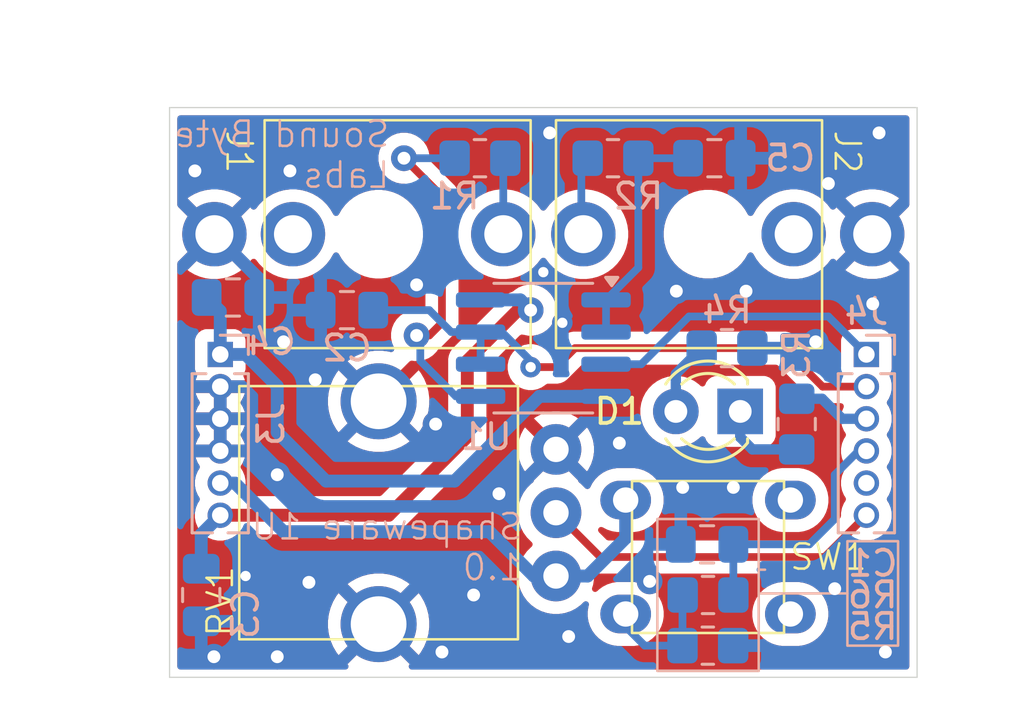
<source format=kicad_pcb>
(kicad_pcb (version 20241229) (generator "pcbnew") (generator_version "9.0")
  (layers (0 "F.Cu" signal) (2 "B.Cu" signal) (13 "F.Paste" user) (15 "B.Paste" user) (5 "F.SilkS" user "F.Silkscreen") (7 "B.SilkS" user "B.Silkscreen") (1 "F.Mask" user) (3 "B.Mask" user) (25 "Edge.Cuts" user))
  (net 0 "")
  (net 1 "/BTN_IN_FILTERED")
  (net 2 "GND")
  (net 4 "/THRESHOLD_POSITIVE")
  (net 6 "Net-(D1-Pad2)")
  (net 7 "Net-(D1-Pad1)")
  (net 8 "Net-(J2-TIP)")
  (net 9 "-12V")
  (net 10 "+12V")
  (net 11 "+5V")
  (net 12 "/CV_IN_RAW")
  (net 13 "/CV_OUT_BUFFERED")
  (net 14 "/LED_OUT_BUFFERED")
  (net 15 "Net-(SW1-B)")
  (net 16 "/CV_IN_BUFFERED")
  (net 17 "/CV_OUT_RAW")
  (net 19 "Net-(J1-TIP)")
  (footprint "mjrskiles:PTV09A-4020F-B102" (layer "F.Cu") (at 133.25 91 90)
    (property "Reference" "RV1" (at -3.5 -6.25 90) (layer "F.SilkS") (effects (font (thickness 0.1))))
    (property "Value" "100K")
    (fp_rect (start -5 -5.5) (end 5 5.5) (stroke (width 0.1)) (fill no) (layer "F.SilkS"))
    (pad "1" thru_hole circle (at -2.5 7 90) (size 2 2) (drill 1) (layers "*.Cu" "*.Mask") (net 11 "+5V"))
    (pad "2" thru_hole circle (at 0 7 90) (size 2 2) (drill 1) (layers "*.Cu" "*.Mask") (net 4 "/THRESHOLD_POSITIVE"))
    (pad "3" thru_hole circle (at 2.5 7 90) (size 2 2) (drill 1) (layers "*.Cu" "*.Mask") (net 2 "GND"))
    (pad "MH1" thru_hole circle (at -4.4 0 90) (size 3 3) (drill 2.2) (layers "*.Cu" "*.Mask") (net 2 "GND"))
    (pad "MH2" thru_hole circle (at 4.4 0 90) (size 3 3) (drill 2.2) (layers "*.Cu" "*.Mask") (net 2 "GND"))
  )
  (footprint "mjrskiles:THONKICONN" (layer "F.Cu") (at 146.25 80 90)
    (property "Reference" "J2" (at 3.25 5.5 270) (layer "F.SilkS") (effects (font (thickness 0.1))))
    (property "Value" "~")
    (fp_rect (start -4.5 -6) (end 4.5 4.5) (stroke (width 0.1)) (fill no) (layer "F.SilkS"))
    (pad "" np_thru_hole circle (at 0 0 90) (size 1 1) (drill 3) (layers "*.Cu" "*.Mask"))
    (pad "1" thru_hole circle (at 0 -4.92 90) (size 2.54 2.54) (drill 1.5) (layers "*.Cu" "*.Mask") (net 8 "Net-(J2-TIP)"))
    (pad "2" thru_hole circle (at 0 3.38 90) (size 2.54 2.54) (drill 1.5) (layers "*.Cu" "*.Mask"))
    (pad "3" thru_hole circle (at 0 6.48 90) (size 2.54 2.54) (drill 1.5) (layers "*.Cu" "*.Mask") (net 2 "GND"))
  )
  (footprint "mjrskiles:SWITCH_SPST_6mm_BUTTON_PTH" (layer "F.Cu") (at 146.25 92.75)
    (property "Reference" "SW1" (at 4.75 0 0) (layer "F.SilkS") (effects (font (thickness 0.1))))
    (property "Value" "SW_SPST")
    (fp_rect (start -3 -3) (end 3 3) (stroke (width 0.1)) (fill no) (layer "F.SilkS"))
    (pad "1" thru_hole oval (at -3.25 -2.25) (size 2 1.524) (drill 1) (layers "*.Cu" "*.Mask") (net 11 "+5V"))
    (pad "2" thru_hole oval (at -3.25 2.25) (size 2 1.524) (drill 1) (layers "*.Cu" "*.Mask") (net 15 "Net-(SW1-B)"))
    (pad "3" thru_hole oval (at 3.25 -2.25) (size 2 1.524) (drill 1) (layers "*.Cu" "*.Mask"))
    (pad "4" thru_hole oval (at 3.25 2.25) (size 2 1.524) (drill 1) (layers "*.Cu" "*.Mask"))
  )
  (footprint "LED_THT:LED_D3.0mm" (layer "F.Cu") (at 147.52 87 180)
    (property "Reference" "D1" (at 4.77 0 0) (layer "F.SilkS"))
    (property "Value" "~")
    (fp_line (start -0.29 1.08) (end -0.29 1.236) (stroke (width 0.12)) (layer "F.SilkS"))
    (fp_line (start -0.29 -1.236) (end -0.29 -1.08) (stroke (width 0.12)) (layer "F.SilkS"))
    (fp_arc (start 2.941397 1.080061) (mid 1.365624 1.987701) (end -0.29 1.235516) (stroke (width 0.12)) (layer "F.SilkS"))
    (fp_arc (start 2.31091 1.080049) (mid 1.269964 1.5) (end 0.229039 1.08) (stroke (width 0.12)) (layer "F.SilkS"))
    (fp_arc (start 0.229039 -1.08) (mid 1.269964 -1.5) (end 2.31091 -1.080049) (stroke (width 0.12)) (layer "F.SilkS"))
    (fp_arc (start -0.29 -1.235516) (mid 1.365624 -1.987701) (end 2.941397 -1.080061) (stroke (width 0.12)) (layer "F.SilkS"))
    (pad "1" thru_hole rect (at 0 0 180) (size 1.8 1.8) (drill 0.9) (layers "*.Cu" "*.Mask") (net 7 "Net-(D1-Pad1)"))
    (pad "2" thru_hole circle (at 2.54 0 180) (size 1.8 1.8) (drill 0.9) (layers "*.Cu" "*.Mask") (net 6 "Net-(D1-Pad2)"))
  )
  (footprint "mjrskiles:THONKICONN" (layer "F.Cu") (at 133.25 80 -90)
    (property "Reference" "J1" (at -3.25 5.5 270) (layer "F.SilkS") (effects (font (thickness 0.1))))
    (property "Value" "~")
    (fp_rect (start -4.5 -6) (end 4.5 4.5) (stroke (width 0.1)) (fill no) (layer "F.SilkS"))
    (pad "" np_thru_hole circle (at 0 0 270) (size 1 1) (drill 3) (layers "*.Cu" "*.Mask"))
    (pad "1" thru_hole circle (at 0 -4.92 270) (size 2.54 2.54) (drill 1.5) (layers "*.Cu" "*.Mask") (net 19 "Net-(J1-TIP)"))
    (pad "2" thru_hole circle (at 0 3.38 270) (size 2.54 2.54) (drill 1.5) (layers "*.Cu" "*.Mask"))
    (pad "3" thru_hole circle (at 0 6.48 270) (size 2.54 2.54) (drill 1.5) (layers "*.Cu" "*.Mask") (net 2 "GND"))
  )
  (footprint "Resistor_SMD:R_0805_2012Metric_Pad1.20x1.40mm_HandSolder" (layer "B.Cu") (at 146.25 94.25)
    (property "Reference" "R5" (at 6.5 1.25 180) (layer "B.SilkS") (effects (justify mirror)))
    (property "Value" "R_US")
    (fp_line (start -0.227064 -0.735) (end 0.227064 -0.735) (stroke (width 0.12)) (layer "B.SilkS"))
    (fp_line (start -0.227064 0.735) (end 0.227064 0.735) (stroke (width 0.12)) (layer "B.SilkS"))
    (pad "1" smd roundrect (at -1 0) (size 1.2 1.4) (layers "B.Cu" "B.Mask" "B.Paste") (roundrect_rratio 0.208333) (net 15 "Net-(SW1-B)"))
    (pad "2" smd roundrect (at 1 0) (size 1.2 1.4) (layers "B.Cu" "B.Mask" "B.Paste") (roundrect_rratio 0.208333) (net 1 "/BTN_IN_FILTERED"))
  )
  (footprint "Resistor_SMD:R_0805_2012Metric_Pad1.20x1.40mm_HandSolder" (layer "B.Cu") (at 142.5 77 180)
    (property "Reference" "R2" (at -1 -1.5 180) (layer "B.SilkS") (effects (justify mirror)))
    (property "Value" "R_US")
    (fp_line (start -0.227064 0.735) (end 0.227064 0.735) (stroke (width 0.12)) (layer "B.SilkS"))
    (fp_line (start -0.227064 -0.735) (end 0.227064 -0.735) (stroke (width 0.12)) (layer "B.SilkS"))
    (pad "1" smd roundrect (at -1 0 180) (size 1.2 1.4) (layers "B.Cu" "B.Mask" "B.Paste") (roundrect_rratio 0.208333) (net 13 "/CV_OUT_BUFFERED"))
    (pad "2" smd roundrect (at 1 0 180) (size 1.2 1.4) (layers "B.Cu" "B.Mask" "B.Paste") (roundrect_rratio 0.208333) (net 8 "Net-(J2-TIP)"))
  )
  (footprint "Capacitor_SMD:C_0805_2012Metric_Pad1.18x1.45mm_HandSolder" (layer "B.Cu") (at 132 83 180)
    (property "Reference" "C2" (at 0 -1.5 0) (layer "B.SilkS") (effects (justify mirror)))
    (property "Value" "100pF")
    (fp_line (start -0.261252 0.735) (end 0.261252 0.735) (stroke (width 0.12)) (layer "B.SilkS"))
    (fp_line (start -0.261252 -0.735) (end 0.261252 -0.735) (stroke (width 0.12)) (layer "B.SilkS"))
    (pad "1" smd roundrect (at -1.0375 0 180) (size 1.175 1.45) (layers "B.Cu" "B.Mask" "B.Paste") (roundrect_rratio 0.212766) (net 16 "/CV_IN_BUFFERED"))
    (pad "2" smd roundrect (at 1.0375 0 180) (size 1.175 1.45) (layers "B.Cu" "B.Mask" "B.Paste") (roundrect_rratio 0.212766) (net 2 "GND"))
  )
  (footprint "Capacitor_SMD:C_0805_2012Metric_Pad1.18x1.45mm_HandSolder" (layer "B.Cu") (at 127.5 82.5)
    (property "Reference" "C4" (at 1.5 1.75 0) (layer "B.SilkS") (effects (justify mirror)))
    (property "Value" "100nF")
    (fp_line (start -0.261252 -0.735) (end 0.261252 -0.735) (stroke (width 0.12)) (layer "B.SilkS"))
    (fp_line (start -0.261252 0.735) (end 0.261252 0.735) (stroke (width 0.12)) (layer "B.SilkS"))
    (pad "1" smd roundrect (at -1.0375 0) (size 1.175 1.45) (layers "B.Cu" "B.Mask" "B.Paste") (roundrect_rratio 0.212766) (net 9 "-12V"))
    (pad "2" smd roundrect (at 1.0375 0) (size 1.175 1.45) (layers "B.Cu" "B.Mask" "B.Paste") (roundrect_rratio 0.212766) (net 2 "GND"))
  )
  (footprint "Connector_PinHeader_1.27mm:PinHeader_1x06_P1.27mm_Vertical" (layer "B.Cu") (at 152.5 84.75 180)
    (property "Reference" "J4" (at 0 1.695 0) (layer "B.SilkS") (effects (justify mirror)))
    (property "Value" "Conn_01x06_Pin")
    (fp_line (start 1.11 -0.76) (end 1.11 -7.045) (stroke (width 0.12)) (layer "B.SilkS"))
    (fp_line (start 0.563471 -0.76) (end 1.11 -0.76) (stroke (width 0.12)) (layer "B.SilkS"))
    (fp_line (start 0.30753 -7.045) (end 1.11 -7.045) (stroke (width 0.12)) (layer "B.SilkS"))
    (fp_line (start -1.11 0.76) (end 0 0.76) (stroke (width 0.12)) (layer "B.SilkS"))
    (fp_line (start -1.11 0) (end -1.11 0.76) (stroke (width 0.12)) (layer "B.SilkS"))
    (fp_line (start -1.11 -0.76) (end -0.563471 -0.76) (stroke (width 0.12)) (layer "B.SilkS"))
    (fp_line (start -1.11 -0.76) (end -1.11 -7.045) (stroke (width 0.12)) (layer "B.SilkS"))
    (fp_line (start -1.11 -7.045) (end -0.30753 -7.045) (stroke (width 0.12)) (layer "B.SilkS"))
    (pad "1" thru_hole rect (at 0 0 180) (size 1 1) (drill 0.65) (layers "*.Cu" "*.Mask") (net 17 "/CV_OUT_RAW"))
    (pad "2" thru_hole oval (at 0 -1.27 180) (size 1 1) (drill 0.65) (layers "*.Cu" "*.Mask") (net 16 "/CV_IN_BUFFERED"))
    (pad "3" thru_hole oval (at 0 -2.54 180) (size 1 1) (drill 0.65) (layers "*.Cu" "*.Mask") (net 14 "/LED_OUT_BUFFERED"))
    (pad "4" thru_hole oval (at 0 -3.81 180) (size 1 1) (drill 0.65) (layers "*.Cu" "*.Mask") (net 1 "/BTN_IN_FILTERED"))
    (pad "5" thru_hole oval (at 0 -5.08 180) (size 1 1) (drill 0.65) (layers "*.Cu" "*.Mask"))
    (pad "6" thru_hole oval (at 0 -6.35 180) (size 1 1) (drill 0.65) (layers "*.Cu" "*.Mask") (net 4 "/THRESHOLD_POSITIVE"))
  )
  (footprint "Resistor_SMD:R_0805_2012Metric_Pad1.20x1.40mm_HandSolder" (layer "B.Cu") (at 146.2425 96.25 180)
    (property "Reference" "R6" (at -6.5075 2 0) (layer "B.SilkS") (effects (justify mirror)))
    (property "Value" "R_US")
    (fp_line (start -0.227064 0.735) (end 0.227064 0.735) (stroke (width 0.12)) (layer "B.SilkS"))
    (fp_line (start -0.227064 -0.735) (end 0.227064 -0.735) (stroke (width 0.12)) (layer "B.SilkS"))
    (pad "1" smd roundrect (at -1 0 180) (size 1.2 1.4) (layers "B.Cu" "B.Mask" "B.Paste") (roundrect_rratio 0.208333) (net 2 "GND"))
    (pad "2" smd roundrect (at 1 0 180) (size 1.2 1.4) (layers "B.Cu" "B.Mask" "B.Paste") (roundrect_rratio 0.208333) (net 15 "Net-(SW1-B)"))
  )
  (footprint "Capacitor_SMD:C_0805_2012Metric_Pad1.18x1.45mm_HandSolder" (layer "B.Cu") (at 146.2125 92.25 180)
    (property "Reference" "C1" (at -6.5375 -0.75 0) (layer "B.SilkS") (effects (justify mirror)))
    (property "Value" "C")
    (fp_line (start -0.261252 0.735) (end 0.261252 0.735) (stroke (width 0.12)) (layer "B.SilkS"))
    (fp_line (start -0.261252 -0.735) (end 0.261252 -0.735) (stroke (width 0.12)) (layer "B.SilkS"))
    (pad "1" smd roundrect (at -1.0375 0 180) (size 1.175 1.45) (layers "B.Cu" "B.Mask" "B.Paste") (roundrect_rratio 0.212766) (net 1 "/BTN_IN_FILTERED"))
    (pad "2" smd roundrect (at 1.0375 0 180) (size 1.175 1.45) (layers "B.Cu" "B.Mask" "B.Paste") (roundrect_rratio 0.212766) (net 2 "GND"))
  )
  (footprint "Capacitor_SMD:C_0805_2012Metric_Pad1.18x1.45mm_HandSolder" (layer "B.Cu") (at 146.5 77)
    (property "Reference" "C5" (at 3 0 0) (layer "B.SilkS") (effects (justify mirror)))
    (property "Value" "100pF")
    (fp_line (start -0.261252 -0.735) (end 0.261252 -0.735) (stroke (width 0.12)) (layer "B.SilkS"))
    (fp_line (start -0.261252 0.735) (end 0.261252 0.735) (stroke (width 0.12)) (layer "B.SilkS"))
    (pad "1" smd roundrect (at -1.0375 0) (size 1.175 1.45) (layers "B.Cu" "B.Mask" "B.Paste") (roundrect_rratio 0.212766) (net 13 "/CV_OUT_BUFFERED"))
    (pad "2" smd roundrect (at 1.0375 0) (size 1.175 1.45) (layers "B.Cu" "B.Mask" "B.Paste") (roundrect_rratio 0.212766) (net 2 "GND"))
  )
  (footprint "Package_SO:SOIC-8_3.9x4.9mm_P1.27mm" (layer "B.Cu") (at 139.75 84.5 180)
    (property "Reference" "U1" (at 2.25 -3.5 0) (layer "B.SilkS") (effects (justify mirror)))
    (property "Value" "TL072")
    (fp_line (start 0 2.56) (end 1.95 2.56) (stroke (width 0.12)) (layer "B.SilkS"))
    (fp_line (start 0 2.56) (end -1.95 2.56) (stroke (width 0.12)) (layer "B.SilkS"))
    (fp_line (start 0 -2.56) (end 1.95 -2.56) (stroke (width 0.12)) (layer "B.SilkS"))
    (fp_line (start 0 -2.56) (end -1.95 -2.56) (stroke (width 0.12)) (layer "B.SilkS"))
    (fp_poly (pts (xy -2.7 2.465) (xy -2.94 2.795) (xy -2.46 2.795) (xy -2.7 2.465)) (stroke (width 0.12)) (fill yes) (layer "B.SilkS"))
    (pad "1" smd roundrect (at -2.475 1.905 180) (size 1.95 0.6) (layers "B.Cu" "B.Mask" "B.Paste") (net 13 "/CV_OUT_BUFFERED"))
    (pad "2" smd roundrect (at -2.475 0.635 180) (size 1.95 0.6) (layers "B.Cu" "B.Mask" "B.Paste") (net 13 "/CV_OUT_BUFFERED"))
    (pad "3" smd roundrect (at -2.475 -0.635 180) (size 1.95 0.6) (layers "B.Cu" "B.Mask" "B.Paste") (net 17 "/CV_OUT_RAW"))
    (pad "4" smd roundrect (at -2.475 -1.905 180) (size 1.95 0.6) (layers "B.Cu" "B.Mask" "B.Paste") (net 9 "-12V"))
    (pad "5" smd roundrect (at 2.475 -1.905 180) (size 1.95 0.6) (layers "B.Cu" "B.Mask" "B.Paste") (net 12 "/CV_IN_RAW"))
    (pad "6" smd roundrect (at 2.475 -0.635 180) (size 1.95 0.6) (layers "B.Cu" "B.Mask" "B.Paste") (net 16 "/CV_IN_BUFFERED"))
    (pad "7" smd roundrect (at 2.475 0.635 180) (size 1.95 0.6) (layers "B.Cu" "B.Mask" "B.Paste") (net 16 "/CV_IN_BUFFERED"))
    (pad "8" smd roundrect (at 2.475 1.905 180) (size 1.95 0.6) (layers "B.Cu" "B.Mask" "B.Paste") (net 10 "+12V"))
  )
  (footprint "Resistor_SMD:R_0805_2012Metric_Pad1.20x1.40mm_HandSolder" (layer "B.Cu") (at 149.75 87.5 -90)
    (property "Reference" "R3" (at -2.75 0 90) (layer "B.SilkS") (effects (justify mirror)))
    (property "Value" "R_US")
    (fp_line (start -0.227064 0.735) (end 0.227064 0.735) (stroke (width 0.12)) (layer "B.SilkS"))
    (fp_line (start -0.227064 -0.735) (end 0.227064 -0.735) (stroke (width 0.12)) (layer "B.SilkS"))
    (pad "1" smd roundrect (at -1 0 270) (size 1.2 1.4) (layers "B.Cu" "B.Mask" "B.Paste") (roundrect_rratio 0.208333) (net 14 "/LED_OUT_BUFFERED"))
    (pad "2" smd roundrect (at 1 0 270) (size 1.2 1.4) (layers "B.Cu" "B.Mask" "B.Paste") (roundrect_rratio 0.208333) (net 7 "Net-(D1-Pad1)"))
  )
  (footprint "Resistor_SMD:R_0805_2012Metric_Pad1.20x1.40mm_HandSolder" (layer "B.Cu") (at 137.25 77)
    (property "Reference" "R1" (at -1 1.5 0) (layer "B.SilkS") (effects (justify mirror)))
    (property "Value" "1K")
    (fp_line (start -0.227064 -0.735) (end 0.227064 -0.735) (stroke (width 0.12)) (layer "B.SilkS"))
    (fp_line (start -0.227064 0.735) (end 0.227064 0.735) (stroke (width 0.12)) (layer "B.SilkS"))
    (pad "1" smd roundrect (at -1 0) (size 1.2 1.4) (layers "B.Cu" "B.Mask" "B.Paste") (roundrect_rratio 0.208333) (net 12 "/CV_IN_RAW"))
    (pad "2" smd roundrect (at 1 0) (size 1.2 1.4) (layers "B.Cu" "B.Mask" "B.Paste") (roundrect_rratio 0.208333) (net 19 "Net-(J1-TIP)"))
  )
  (footprint "Connector_PinHeader_1.27mm:PinHeader_1x06_P1.27mm_Vertical" (layer "B.Cu") (at 127 84.75 180)
    (property "Reference" "J3" (at -2 -2.75 270) (layer "B.SilkS") (effects (justify mirror)))
    (property "Value" "Conn_01x06_Pin")
    (fp_line (start 1.11 -0.76) (end 1.11 -7.045) (stroke (width 0.12)) (layer "B.SilkS"))
    (fp_line (start 0.563471 -0.76) (end 1.11 -0.76) (stroke (width 0.12)) (layer "B.SilkS"))
    (fp_line (start 0.30753 -7.045) (end 1.11 -7.045) (stroke (width 0.12)) (layer "B.SilkS"))
    (fp_line (start -1.11 0.76) (end 0 0.76) (stroke (width 0.12)) (layer "B.SilkS"))
    (fp_line (start -1.11 0) (end -1.11 0.76) (stroke (width 0.12)) (layer "B.SilkS"))
    (fp_line (start -1.11 -0.76) (end -0.563471 -0.76) (stroke (width 0.12)) (layer "B.SilkS"))
    (fp_line (start -1.11 -0.76) (end -1.11 -7.045) (stroke (width 0.12)) (layer "B.SilkS"))
    (fp_line (start -1.11 -7.045) (end -0.30753 -7.045) (stroke (width 0.12)) (layer "B.SilkS"))
    (pad "1" thru_hole rect (at 0 0 180) (size 1 1) (drill 0.65) (layers "*.Cu" "*.Mask") (net 9 "-12V"))
    (pad "2" thru_hole oval (at 0 -1.27 180) (size 1 1) (drill 0.65) (layers "*.Cu" "*.Mask") (net 2 "GND"))
    (pad "3" thru_hole oval (at 0 -2.54 180) (size 1 1) (drill 0.65) (layers "*.Cu" "*.Mask") (net 2 "GND"))
    (pad "4" thru_hole oval (at 0 -3.81 180) (size 1 1) (drill 0.65) (layers "*.Cu" "*.Mask") (net 2 "GND"))
    (pad "5" thru_hole oval (at 0 -5.08 180) (size 1 1) (drill 0.65) (layers "*.Cu" "*.Mask") (net 11 "+5V"))
    (pad "6" thru_hole oval (at 0 -6.35 180) (size 1 1) (drill 0.65) (layers "*.Cu" "*.Mask") (net 10 "+12V"))
  )
  (footprint "Capacitor_SMD:C_0805_2012Metric_Pad1.18x1.45mm_HandSolder" (layer "B.Cu") (at 126.25 94.25 -90)
    (property "Reference" "C3" (at 0.75 -1.75 90) (layer "B.SilkS") (effects (justify mirror)))
    (property "Value" "100nF")
    (fp_line (start -0.261252 0.735) (end 0.261252 0.735) (stroke (width 0.12)) (layer "B.SilkS"))
    (fp_line (start -0.261252 -0.735) (end 0.261252 -0.735) (stroke (width 0.12)) (layer "B.SilkS"))
    (pad "1" smd roundrect (at -1.0375 0 270) (size 1.175 1.45) (layers "B.Cu" "B.Mask" "B.Paste") (roundrect_rratio 0.212766) (net 10 "+12V"))
    (pad "2" smd roundrect (at 1.0375 0 270) (size 1.175 1.45) (layers "B.Cu" "B.Mask" "B.Paste") (roundrect_rratio 0.212766) (net 2 "GND"))
  )
  (footprint "Resistor_SMD:R_0805_2012Metric_Pad1.20x1.40mm_HandSolder" (layer "B.Cu") (at 147 84.5)
    (property "Reference" "R4" (at 0 -1.5 0) (layer "B.SilkS") (effects (justify mirror)))
    (property "Value" "R_US")
    (fp_line (start -0.227064 -0.735) (end 0.227064 -0.735) (stroke (width 0.12)) (layer "B.SilkS"))
    (fp_line (start -0.227064 0.735) (end 0.227064 0.735) (stroke (width 0.12)) (layer "B.SilkS"))
    (pad "1" smd roundrect (at -1 0) (size 1.2 1.4) (layers "B.Cu" "B.Mask" "B.Paste") (roundrect_rratio 0.208333) (net 6 "Net-(D1-Pad2)"))
    (pad "2" smd roundrect (at 1 0) (size 1.2 1.4) (layers "B.Cu" "B.Mask" "B.Paste") (roundrect_rratio 0.208333) (net 2 "GND"))
  )
  (gr_rect (start 151.75 92.125) (end 153.75 96.25) (stroke (width 0.1)) (fill no) (layer "B.SilkS"))
  (gr_line (start 148.25 93.25) (end 148.5 93.25) (stroke (width 0.1)) (layer "B.SilkS"))
  (gr_line (start 151.75 94.1875) (end 148.25 94.1875) (stroke (width 0.1)) (layer "B.SilkS"))
  (gr_rect (start 144.25 91.25) (end 148.25 97.25) (stroke (width 0.1)) (fill no) (layer "B.SilkS"))
  (gr_line (start 154.5 75) (end 154.5 97.5) (stroke (width 0.05)) (layer "Edge.Cuts"))
  (gr_line (start 125 75) (end 154.5 75) (stroke (width 0.05)) (layer "Edge.Cuts"))
  (gr_line (start 125 97.5) (end 125 75) (stroke (width 0.05)) (layer "Edge.Cuts"))
  (gr_line (start 154.5 97.5) (end 125 97.5) (stroke (width 0.05)) (layer "Edge.Cuts"))
  (gr_text "Sound Byte\nLabs\n" (at 133.75 78.25 0) (layer "B.SilkS") (effects (font (size 1 1) (thickness 0.1)) (justify left bottom mirror)))
  (gr_text "Shapeware 1U\n1.0" (at 139 93.75 0) (layer "B.SilkS") (effects (font (size 1 1) (thickness 0.1)) (justify left bottom mirror)))
  (segment (start 152.19 88.56) (end 151.25 89.5) (width 0.3048) (layer "B.Cu") (net 1))
  (segment (start 151.25 89.5) (end 151.25 91.25) (width 0.3048) (layer "B.Cu") (net 1))
  (segment (start 147.25 92.25) (end 147.25 94.25) (width 0.3048) (layer "B.Cu") (net 1))
  (segment (start 150.25 92.25) (end 147.25 92.25) (width 0.3048) (layer "B.Cu") (net 1))
  (segment (start 152.5 88.56) (end 152.19 88.56) (width 0.3048) (layer "B.Cu") (net 1))
  (segment (start 151.25 91.25) (end 150.25 92.25) (width 0.3048) (layer "B.Cu") (net 1))
  (via (at 147.25 90) (size 1.016) (drill 0.508) (layers "F.Cu" "B.Cu") (net 2))
  (via (at 126 77.5) (size 1.016) (drill 0.508) (layers "F.Cu" "B.Cu") (net 2))
  (via (at 140 76) (size 1.016) (drill 0.508) (layers "F.Cu" "B.Cu") (net 2))
  (via (at 130.75 85.75) (size 1.016) (drill 0.508) (layers "F.Cu" "B.Cu") (net 2))
  (via (at 126.75 96.6872) (size 1.016) (drill 0.508) (layers "F.Cu" "B.Cu") (net 2))
  (via (at 147.75 82.25) (size 1.016) (drill 0.508) (layers "F.Cu" "B.Cu") (net 2))
  (via (at 140.5 83.5) (size 0.8128) (drill 0.4064) (layers "F.Cu" "B.Cu") (net 2))
  (via (at 151 78) (size 1.016) (drill 0.508) (layers "F.Cu" "B.Cu") (net 2))
  (via (at 129.25 89.5) (size 1.016) (drill 0.508) (layers "F.Cu" "B.Cu") (net 2))
  (via (at 143.94492 93.711138) (size 1.016) (drill 0.508) (layers "F.Cu" "B.Cu") (net 2))
  (via (at 153.25 96.5) (size 1.016) (drill 0.508) (layers "F.Cu" "B.Cu") (net 2))
  (via (at 145.25 90) (size 1.016) (drill 0.508) (layers "F.Cu" "B.Cu") (net 2))
  (via (at 150.5 84.25) (size 1.016) (drill 0.508) (layers "F.Cu" "B.Cu") (net 2))
  (via (at 151.25 94) (size 1.016) (drill 0.508) (layers "F.Cu" "B.Cu") (net 2))
  (via (at 152.75 82.75) (size 1.016) (drill 0.508) (layers "F.Cu" "B.Cu") (net 2))
  (via (at 135.75 96.5) (size 1.016) (drill 0.508) (layers "F.Cu" "B.Cu") (net 2))
  (via (at 129.25 96.6872) (size 1.016) (drill 0.508) (layers "F.Cu" "B.Cu") (net 2))
  (via (at 145 82.25) (size 1.016) (drill 0.508) (layers "F.Cu" "B.Cu") (net 2))
  (via (at 153 76) (size 1.016) (drill 0.508) (layers "F.Cu" "B.Cu") (net 2))
  (via (at 142.75 88.25) (size 1.016) (drill 0.508) (layers "F.Cu" "B.Cu") (net 2))
  (via (at 129.75 77.5) (size 1.016) (drill 0.508) (layers "F.Cu" "B.Cu") (net 2))
  (via (at 138 90.25) (size 1.016) (drill 0.508) (layers "F.Cu" "B.Cu") (net 2))
  (via (at 140.75 95.8896) (size 1.016) (drill 0.508) (layers "F.Cu" "B.Cu") (net 2))
  (via (at 139.75 81.5) (size 0.8128) (drill 0.4064) (layers "F.Cu" "B.Cu") (net 2))
  (via (at 137 94.25) (size 1.016) (drill 0.508) (layers "F.Cu" "B.Cu") (net 2))
  (via (at 134.75 82) (size 1.016) (drill 0.508) (layers "F.Cu" "B.Cu") (net 2))
  (via (at 129.5 84.25) (size 1.016) (drill 0.508) (layers "F.Cu" "B.Cu") (net 2))
  (via (at 128 93.5) (size 0.8128) (drill 0.4064) (layers "F.Cu" "B.Cu") (net 2))
  (via (at 130.5 93.75) (size 1.016) (drill 0.508) (layers "F.Cu" "B.Cu") (net 2))
  (via (at 135.5 87.5) (size 1.016) (drill 0.508) (layers "F.Cu" "B.Cu") (net 2))
  (segment (start 128.5375 81.7675) (end 126.77 80) (width 0.508) (layer "B.Cu") (net 2))
  (segment (start 128.5375 82.5) (end 128.5375 81.7675) (width 0.508) (layer "B.Cu") (net 2))
  (segment (start 150.85 92.75) (end 152.5 91.1) (width 0.3048) (layer "F.Cu") (net 4))
  (segment (start 142 92.75) (end 150.85 92.75) (width 0.3048) (layer "F.Cu") (net 4))
  (segment (start 140.25 91) (end 142 92.75) (width 0.3048) (layer "F.Cu") (net 4))
  (segment (start 144.98 87) (end 144.98 85.52) (width 0.4064) (layer "B.Cu") (net 6))
  (segment (start 144.98 85.52) (end 146 84.5) (width 0.4064) (layer "B.Cu") (net 6))
  (segment (start 148 88.5) (end 149.75 88.5) (width 0.4064) (layer "B.Cu") (net 7))
  (segment (start 147.52 87) (end 147.52 88.02) (width 0.4064) (layer "B.Cu") (net 7))
  (segment (start 147.52 88.02) (end 148 88.5) (width 0.4064) (layer "B.Cu") (net 7))
  (segment (start 141.25 79.92) (end 141.25 76.75) (width 0.3048) (layer "B.Cu") (net 8))
  (segment (start 141.33 80) (end 141.25 79.92) (width 0.3048) (layer "B.Cu") (net 8))
  (segment (start 129.25 86) (end 128 84.75) (width 0.508) (layer "B.Cu") (net 9))
  (segment (start 127 83.0375) (end 126.4625 82.5) (width 0.508) (layer "B.Cu") (net 9))
  (segment (start 131.175533 89.75) (end 129.25 87.824467) (width 0.508) (layer "B.Cu") (net 9))
  (segment (start 128 84.75) (end 127 84.75) (width 0.508) (layer "B.Cu") (net 9))
  (segment (start 139.595 86.405) (end 136.25 89.75) (width 0.508) (layer "B.Cu") (net 9))
  (segment (start 142.225 86.405) (end 139.595 86.405) (width 0.508) (layer "B.Cu") (net 9))
  (segment (start 129.25 87.824467) (end 129.25 86) (width 0.508) (layer "B.Cu") (net 9))
  (segment (start 136.25 89.75) (end 131.175533 89.75) (width 0.508) (layer "B.Cu") (net 9))
  (segment (start 127 84.75) (end 127 83.0375) (width 0.508) (layer "B.Cu") (net 9))
  (segment (start 138.75 83) (end 136.75 85) (width 0.508) (layer "F.Cu") (net 10))
  (segment (start 133.65 91.1) (end 127 91.1) (width 0.508) (layer "F.Cu") (net 10))
  (segment (start 136.75 85) (end 136.75 88) (width 0.508) (layer "F.Cu") (net 10))
  (segment (start 139.25 83) (end 138.75 83) (width 0.508) (layer "F.Cu") (net 10))
  (segment (start 136.75 88) (end 133.65 91.1) (width 0.508) (layer "F.Cu") (net 10))
  (via (at 139.25 83) (size 1.016) (drill 0.508) (layers "F.Cu" "B.Cu") (net 10))
  (segment (start 126.25 91.85) (end 127 91.1) (width 0.508) (layer "B.Cu") (net 10))
  (segment (start 126.25 93.2125) (end 126.25 91.85) (width 0.508) (layer "B.Cu") (net 10))
  (segment (start 138.845 82.595) (end 137.275 82.595) (width 0.508) (layer "B.Cu") (net 10))
  (segment (start 139.25 83) (end 138.845 82.595) (width 0.508) (layer "B.Cu") (net 10))
  (segment (start 140.25 93.5) (end 140.5 93.5) (width 0.508) (layer "F.Cu") (net 11))
  (segment (start 141.5 93.5) (end 143 92) (width 0.508) (layer "B.Cu") (net 11))
  (segment (start 127.58 89.83) (end 129.5 91.75) (width 0.508) (layer "B.Cu") (net 11))
  (segment (start 129.5 91.75) (end 137.625 91.75) (width 0.508) (layer "B.Cu") (net 11))
  (segment (start 139.375 93.5) (end 140.25 93.5) (width 0.508) (layer "B.Cu") (net 11))
  (segment (start 140.25 93.5) (end 141.5 93.5) (width 0.508) (layer "B.Cu") (net 11))
  (segment (start 127 89.83) (end 127.58 89.83) (width 0.508) (layer "B.Cu") (net 11))
  (segment (start 137.625 91.75) (end 139.375 93.5) (width 0.508) (layer "B.Cu") (net 11))
  (segment (start 143 92) (end 143 90.5) (width 0.508) (layer "B.Cu") (net 11))
  (segment (start 135.25 84) (end 135.75 83.5) (width 0.3048) (layer "F.Cu") (net 12))
  (segment (start 135.75 78.5) (end 134.25 77) (width 0.3048) (layer "F.Cu") (net 12))
  (segment (start 134.75 84) (end 135.25 84) (width 0.3048) (layer "F.Cu") (net 12))
  (segment (start 135.75 83.5) (end 135.75 78.5) (width 0.3048) (layer "F.Cu") (net 12))
  (via (at 134.25 77) (size 1.016) (drill 0.508) (layers "F.Cu" "B.Cu") (net 12))
  (via (at 134.75 84) (size 1.016) (drill 0.508) (layers "F.Cu" "B.Cu") (net 12))
  (segment (start 136 77) (end 136.25 76.75) (width 0.3048) (layer "B.Cu") (net 12))
  (segment (start 134.75 84) (end 134.75 84.209996) (width 0.3048) (layer "B.Cu") (net 12))
  (segment (start 136.300002 86.405) (end 137.275 86.405) (width 0.3048) (layer "B.Cu") (net 12))
  (segment (start 134.75 84.209996) (end 134.895002 84.354998) (width 0.3048) (layer "B.Cu") (net 12))
  (segment (start 134.895002 84.354998) (end 134.895002 85) (width 0.3048) (layer "B.Cu") (net 12))
  (segment (start 134.895002 85) (end 136.300002 86.405) (width 0.3048) (layer "B.Cu") (net 12))
  (segment (start 134.25 77) (end 136 77) (width 0.3048) (layer "B.Cu") (net 12))
  (segment (start 142.225 83.865) (end 142.225 82.595) (width 0.3048) (layer "B.Cu") (net 13))
  (segment (start 143.5 77) (end 145.4625 77) (width 0.3048) (layer "B.Cu") (net 13))
  (segment (start 143.5 81.32) (end 143.5 77) (width 0.3048) (layer "B.Cu") (net 13))
  (segment (start 142.225 82.595) (end 143.5 81.32) (width 0.3048) (layer "B.Cu") (net 13))
  (segment (start 149.75 86.5) (end 150.75 86.5) (width 0.4064) (layer "B.Cu") (net 14))
  (segment (start 150.75 86.5) (end 151.54 87.29) (width 0.4064) (layer "B.Cu") (net 14))
  (segment (start 151.54 87.29) (end 152.5 87.29) (width 0.4064) (layer "B.Cu") (net 14))
  (segment (start 145.2425 96.25) (end 145.2425 94.2575) (width 0.3048) (layer "B.Cu") (net 15))
  (segment (start 145.2425 94.2575) (end 145.25 94.25) (width 0.3048) (layer "B.Cu") (net 15))
  (segment (start 143 95.5) (end 143.75 96.25) (width 0.3048) (layer "B.Cu") (net 15))
  (segment (start 143.75 96.25) (end 145.2425 96.25) (width 0.3048) (layer "B.Cu") (net 15))
  (segment (start 149.25 84.5) (end 150.77 86.02) (width 0.3048) (layer "F.Cu") (net 16))
  (segment (start 141 84.5) (end 149.25 84.5) (width 0.3048) (layer "F.Cu") (net 16))
  (segment (start 140.25 85.25) (end 141 84.5) (width 0.3048) (layer "F.Cu") (net 16))
  (segment (start 150.77 86.02) (end 152.5 86.02) (width 0.3048) (layer "F.Cu") (net 16))
  (segment (start 139.25 85.25) (end 140.25 85.25) (width 0.3048) (layer "F.Cu") (net 16))
  (via (at 139.25 85.25) (size 0.8128) (drill 0.4064) (layers "F.Cu" "B.Cu") (net 16))
  (segment (start 135.25 83) (end 136.115 83.865) (width 0.3048) (layer "B.Cu") (net 16))
  (segment (start 133.0375 83) (end 135.25 83) (width 0.3048) (layer "B.Cu") (net 16))
  (segment (start 139.25 85) (end 138.115 83.865) (width 0.3048) (layer "B.Cu") (net 16))
  (segment (start 139.25 85.25) (end 139.25 85) (width 0.3048) (layer "B.Cu") (net 16))
  (segment (start 137.275 85.135) (end 137.275 83.865) (width 0.3048) (layer "B.Cu") (net 16))
  (segment (start 137.275 83.865) (end 136.115 83.865) (width 0.3048) (layer "B.Cu") (net 16))
  (segment (start 138.115 83.865) (end 137.275 83.865) (width 0.3048) (layer "B.Cu") (net 16))
  (segment (start 142.225 85.135) (end 143.615 85.135) (width 0.3048) (layer "B.Cu") (net 17))
  (segment (start 145.5 83.25) (end 151 83.25) (width 0.3048) (layer "B.Cu") (net 17))
  (segment (start 143.615 85.135) (end 145.5 83.25) (width 0.3048) (layer "B.Cu") (net 17))
  (segment (start 151 83.25) (end 152.5 84.75) (width 0.3048) (layer "B.Cu") (net 17))
  (segment (start 138.17 76.83) (end 138.25 76.75) (width 0.3048) (layer "B.Cu") (net 19))
  (segment (start 138.17 80) (end 138.17 76.83) (width 0.3048) (layer "B.Cu") (net 19))
  (zone (net 2) (net_name "GND") (layer "F.Cu") (name "TOP_GND_FILL") (connect_pads (clearance 0.5)) (min_thickness 0.25) (fill yes (thermal_gap 0.5) (thermal_bridge_width 0.5))
    (polygon (pts (xy 154.25 75.25) (xy 125.25 75.25) (xy 125.25 97.25) (xy 154.25 97.25)))
  )
  (zone (net 2) (net_name "GND") (layer "B.Cu") (name "BOT_GND_FILL") (priority 1) (connect_pads (clearance 0.5)) (min_thickness 0.25) (fill yes (thermal_gap 0.5) (thermal_bridge_width 0.5))
    (polygon (pts (xy 154.25 75.25) (xy 125.25 75.25) (xy 125.25 97.25) (xy 154.25 97.25)))
  )
)
</source>
